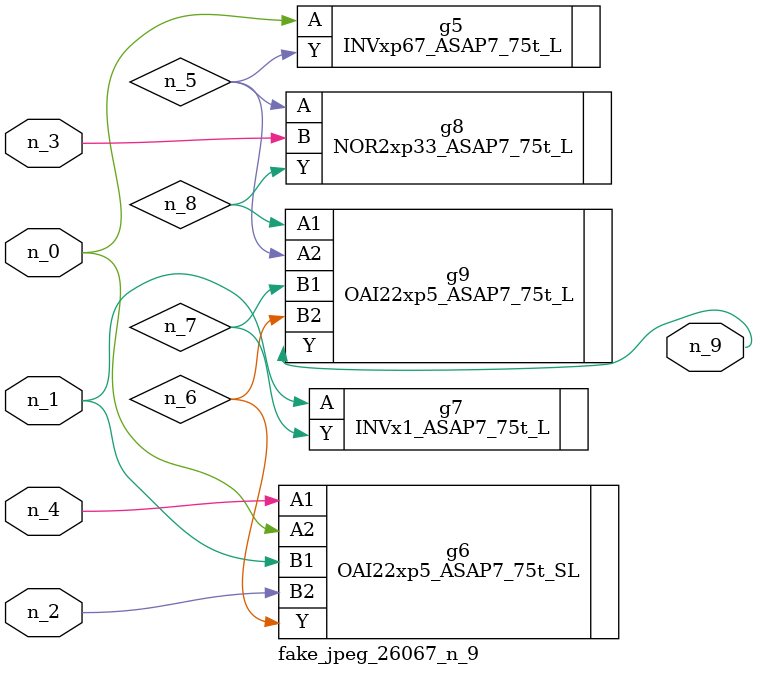
<source format=v>
module fake_jpeg_26067_n_9 (n_3, n_2, n_1, n_0, n_4, n_9);

input n_3;
input n_2;
input n_1;
input n_0;
input n_4;

output n_9;

wire n_8;
wire n_6;
wire n_5;
wire n_7;

INVxp67_ASAP7_75t_L g5 ( 
.A(n_0),
.Y(n_5)
);

OAI22xp5_ASAP7_75t_SL g6 ( 
.A1(n_4),
.A2(n_0),
.B1(n_1),
.B2(n_2),
.Y(n_6)
);

INVx1_ASAP7_75t_L g7 ( 
.A(n_1),
.Y(n_7)
);

NOR2xp33_ASAP7_75t_L g8 ( 
.A(n_5),
.B(n_3),
.Y(n_8)
);

OAI22xp5_ASAP7_75t_L g9 ( 
.A1(n_8),
.A2(n_5),
.B1(n_7),
.B2(n_6),
.Y(n_9)
);


endmodule
</source>
